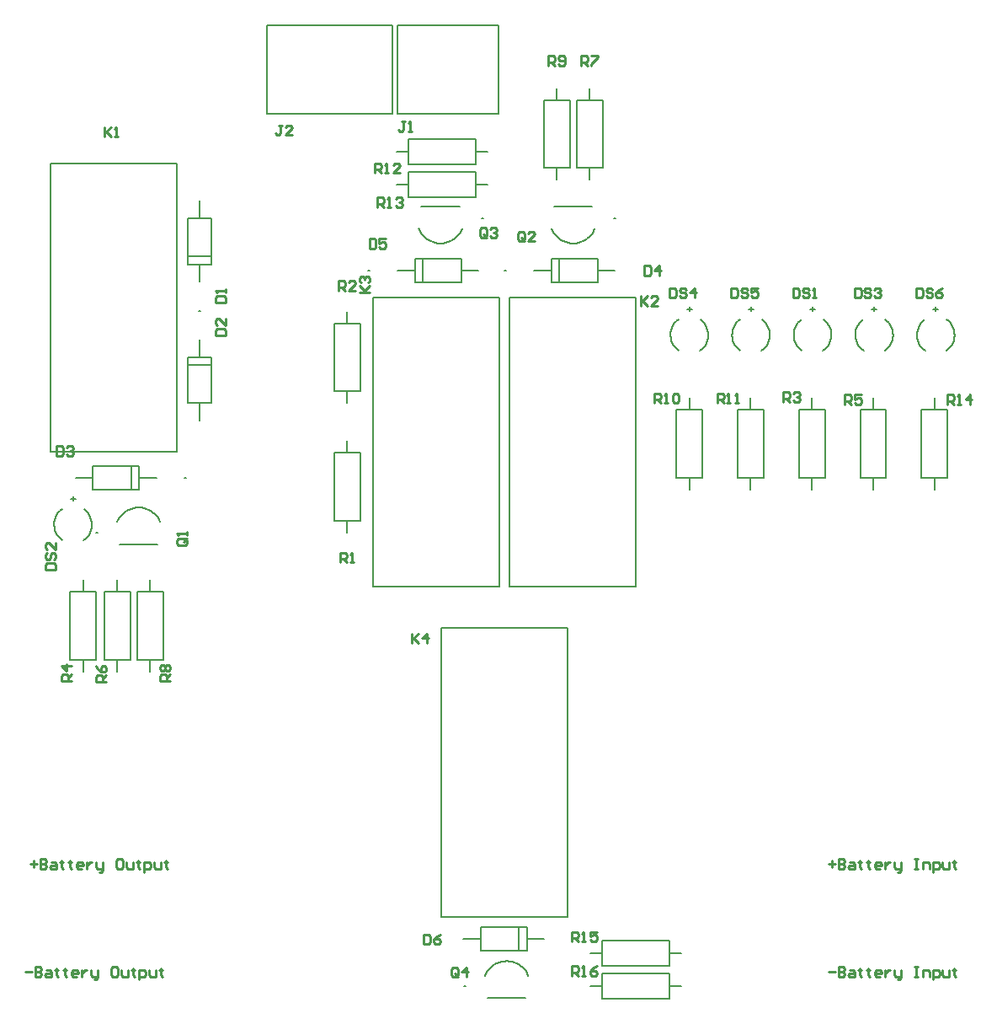
<source format=gto>
G04*
G04 #@! TF.GenerationSoftware,Altium Limited,Altium Designer,23.8.1 (32)*
G04*
G04 Layer_Color=65535*
%FSLAX25Y25*%
%MOIN*%
G70*
G04*
G04 #@! TF.SameCoordinates,D6E9CDF8-AAC3-469D-917B-50C59DE8B454*
G04*
G04*
G04 #@! TF.FilePolarity,Positive*
G04*
G01*
G75*
%ADD10C,0.00787*%
%ADD11C,0.00500*%
%ADD12C,0.00600*%
%ADD13C,0.01000*%
D10*
X243933Y442000D02*
X243146D01*
X243933D01*
X282016Y159000D02*
X281228D01*
X282016D01*
X324854Y177500D02*
X324067D01*
X324854D01*
X288929Y462579D02*
X288142D01*
X288929D01*
X341429D02*
X340642D01*
X341429D01*
X297933Y442000D02*
X297146D01*
X297933D01*
X176894Y426067D02*
X176106D01*
X176894D01*
Y426039D02*
X176106D01*
X176894D01*
X130656Y335280D02*
X131473Y335912D01*
X132196Y336651D01*
X132809Y337482D01*
X133303Y338389D01*
X133667Y339356D01*
X133894Y340364D01*
X133979Y341394D01*
X133923Y342425D01*
X133725Y343439D01*
X133389Y344416D01*
X132921Y345337D01*
X132331Y346185D01*
X131630Y346944D01*
X130831Y347599D01*
X122169D02*
X121370Y346944D01*
X120669Y346185D01*
X120079Y345337D01*
X119611Y344416D01*
X119275Y343439D01*
X119077Y342425D01*
X119020Y341394D01*
X119106Y340364D01*
X119333Y339356D01*
X119697Y338389D01*
X120191Y337482D01*
X120804Y336651D01*
X121527Y335912D01*
X122344Y335280D01*
X136358Y338421D02*
X135571D01*
X136358D01*
X423406Y410280D02*
X424223Y410912D01*
X424946Y411651D01*
X425559Y412482D01*
X426053Y413389D01*
X426417Y414356D01*
X426644Y415364D01*
X426730Y416394D01*
X426673Y417425D01*
X426475Y418439D01*
X426139Y419416D01*
X425671Y420337D01*
X425081Y421185D01*
X424380Y421944D01*
X423581Y422599D01*
X414919D02*
X414120Y421944D01*
X413419Y421185D01*
X412829Y420337D01*
X412361Y419416D01*
X412025Y418439D01*
X411827Y417425D01*
X411770Y416394D01*
X411856Y415364D01*
X412083Y414356D01*
X412447Y413389D01*
X412941Y412482D01*
X413554Y411651D01*
X414277Y410912D01*
X415094Y410280D01*
X447781D02*
X448598Y410912D01*
X449321Y411651D01*
X449934Y412482D01*
X450428Y413389D01*
X450792Y414356D01*
X451019Y415364D01*
X451105Y416394D01*
X451048Y417425D01*
X450850Y418439D01*
X450514Y419416D01*
X450046Y420337D01*
X449456Y421185D01*
X448755Y421944D01*
X447956Y422599D01*
X439294D02*
X438495Y421944D01*
X437794Y421185D01*
X437204Y420337D01*
X436736Y419416D01*
X436400Y418439D01*
X436202Y417425D01*
X436145Y416394D01*
X436231Y415364D01*
X436458Y414356D01*
X436822Y413389D01*
X437316Y412482D01*
X437929Y411651D01*
X438652Y410912D01*
X439469Y410280D01*
X171354Y360000D02*
X170567D01*
X171354D01*
X374656Y410280D02*
X375473Y410912D01*
X376196Y411651D01*
X376809Y412482D01*
X377303Y413389D01*
X377667Y414356D01*
X377894Y415364D01*
X377980Y416394D01*
X377923Y417425D01*
X377725Y418439D01*
X377389Y419416D01*
X376921Y420337D01*
X376331Y421185D01*
X375630Y421944D01*
X374831Y422599D01*
X366169D02*
X365370Y421944D01*
X364669Y421185D01*
X364079Y420337D01*
X363611Y419416D01*
X363275Y418439D01*
X363077Y417425D01*
X363020Y416394D01*
X363106Y415364D01*
X363333Y414356D01*
X363697Y413389D01*
X364191Y412482D01*
X364804Y411651D01*
X365527Y410912D01*
X366344Y410280D01*
X399031D02*
X399848Y410912D01*
X400571Y411651D01*
X401184Y412482D01*
X401678Y413389D01*
X402042Y414356D01*
X402269Y415364D01*
X402355Y416394D01*
X402298Y417425D01*
X402100Y418439D01*
X401764Y419416D01*
X401296Y420337D01*
X400706Y421185D01*
X400005Y421944D01*
X399206Y422599D01*
X390544D02*
X389745Y421944D01*
X389044Y421185D01*
X388454Y420337D01*
X387986Y419416D01*
X387650Y418439D01*
X387452Y417425D01*
X387395Y416394D01*
X387481Y415364D01*
X387708Y414356D01*
X388072Y413389D01*
X388566Y412482D01*
X389179Y411651D01*
X389902Y410912D01*
X390719Y410280D01*
X472156D02*
X472973Y410912D01*
X473696Y411651D01*
X474309Y412482D01*
X474803Y413389D01*
X475167Y414356D01*
X475394Y415364D01*
X475480Y416394D01*
X475423Y417425D01*
X475225Y418439D01*
X474889Y419416D01*
X474421Y420337D01*
X473831Y421185D01*
X473130Y421944D01*
X472331Y422599D01*
X463669D02*
X462870Y421944D01*
X462169Y421185D01*
X461579Y420337D01*
X461111Y419416D01*
X460775Y418439D01*
X460577Y417425D01*
X460520Y416394D01*
X460606Y415364D01*
X460833Y414356D01*
X461197Y413389D01*
X461691Y412482D01*
X462304Y411651D01*
X463027Y410912D01*
X463844Y410280D01*
X126500Y350831D02*
Y352799D01*
X125516Y351815D02*
X127484D01*
X419250Y425831D02*
Y427799D01*
X418266Y426815D02*
X420234D01*
X443625Y425831D02*
Y427799D01*
X442641Y426815D02*
X444609D01*
X370500Y425831D02*
Y427799D01*
X369516Y426815D02*
X371484D01*
X394875Y425831D02*
Y427799D01*
X393891Y426815D02*
X395859D01*
X468000Y425831D02*
Y427799D01*
X467016Y426815D02*
X468984D01*
D11*
X306736Y163076D02*
X306313Y163980D01*
X305795Y164832D01*
X305188Y165624D01*
X304499Y166347D01*
X303737Y166990D01*
X302910Y167548D01*
X302028Y168014D01*
X301100Y168382D01*
X300138Y168648D01*
X299154Y168808D01*
X298158Y168862D01*
X297161Y168808D01*
X296177Y168648D01*
X295215Y168382D01*
X294287Y168014D01*
X293405Y167548D01*
X292578Y166990D01*
X291815Y166347D01*
X291127Y165624D01*
X290520Y164832D01*
X290002Y163980D01*
X289579Y163076D01*
X263422Y458503D02*
X263845Y457599D01*
X264363Y456746D01*
X264969Y455954D01*
X265658Y455232D01*
X266420Y454588D01*
X267248Y454031D01*
X268130Y453565D01*
X269057Y453197D01*
X270019Y452931D01*
X271004Y452770D01*
X272000Y452716D01*
X272996Y452770D01*
X273981Y452931D01*
X274943Y453197D01*
X275870Y453565D01*
X276752Y454031D01*
X277580Y454588D01*
X278342Y455232D01*
X279030Y455954D01*
X279637Y456746D01*
X280155Y457599D01*
X280578Y458503D01*
X315922D02*
X316345Y457599D01*
X316863Y456746D01*
X317470Y455954D01*
X318158Y455232D01*
X318920Y454588D01*
X319747Y454031D01*
X320630Y453565D01*
X321557Y453197D01*
X322519Y452931D01*
X323504Y452770D01*
X324500Y452716D01*
X325496Y452770D01*
X326481Y452931D01*
X327443Y453197D01*
X328370Y453565D01*
X329253Y454031D01*
X330080Y454588D01*
X330842Y455232D01*
X331530Y455954D01*
X332137Y456746D01*
X332655Y457599D01*
X333078Y458503D01*
X161078Y342497D02*
X160655Y343401D01*
X160137Y344254D01*
X159530Y345046D01*
X158842Y345768D01*
X158080Y346412D01*
X157253Y346970D01*
X156370Y347435D01*
X155443Y347803D01*
X154481Y348069D01*
X153496Y348230D01*
X152500Y348284D01*
X151504Y348230D01*
X150519Y348069D01*
X149557Y347803D01*
X148630Y347435D01*
X147748Y346970D01*
X146920Y346412D01*
X146158Y345768D01*
X145469Y345046D01*
X144863Y344254D01*
X144345Y343401D01*
X143922Y342497D01*
X254996Y442000D02*
X261886D01*
X280114D02*
X287004D01*
X261886Y446675D02*
X280114D01*
Y442000D02*
Y446675D01*
Y437325D02*
Y442000D01*
X261886Y437325D02*
X280114D01*
X261886D02*
Y442000D01*
Y446675D01*
X265000Y437500D02*
Y446500D01*
X295236Y317000D02*
Y431154D01*
X245236Y317000D02*
X295236D01*
X245236D02*
Y431173D01*
X295236D01*
X467500Y386886D02*
X472618D01*
X462382D02*
X467500D01*
X462382Y360114D02*
Y386886D01*
Y360114D02*
X467500D01*
X472618D01*
Y386886D01*
X467500D02*
Y391532D01*
Y355469D02*
Y360114D01*
X362539Y166882D02*
Y172000D01*
Y177118D01*
X335768D02*
X362539D01*
X335768Y172000D02*
Y177118D01*
Y166882D02*
Y172000D01*
Y166882D02*
X362539D01*
Y172000D02*
X367185D01*
X331122D02*
X335768D01*
X362539Y153882D02*
Y159000D01*
Y164118D01*
X335768D02*
X362539D01*
X335768Y159000D02*
Y164118D01*
Y153882D02*
Y159000D01*
Y153882D02*
X362539D01*
Y159000D02*
X367185D01*
X331122D02*
X335768D01*
X290584Y154295D02*
X305730D01*
X290584D02*
X305730D01*
X306114Y177500D02*
X313004D01*
X280996D02*
X287886D01*
Y172825D02*
X306114D01*
X287886D02*
Y177500D01*
Y182175D01*
X306114D01*
Y177500D02*
Y182175D01*
Y172825D02*
Y177500D01*
X303000Y173000D02*
Y182000D01*
X272236Y186346D02*
Y300500D01*
X322236D01*
Y186327D02*
Y300500D01*
X272236Y186327D02*
X322236D01*
X259114Y489000D02*
Y494118D01*
Y483882D02*
Y489000D01*
Y483882D02*
X285886D01*
Y489000D01*
Y494118D01*
X259114D02*
X285886D01*
X254469Y489000D02*
X259114D01*
X285886D02*
X290532D01*
X259114Y476000D02*
Y481118D01*
Y470882D02*
Y476000D01*
Y470882D02*
X285886D01*
Y476000D01*
Y481118D01*
X259114D02*
X285886D01*
X254469Y476000D02*
X259114D01*
X285886D02*
X290532D01*
X264427Y467283D02*
X279573D01*
X264427D02*
X279573D01*
X370500Y386886D02*
X375618D01*
X365382D02*
X370500D01*
X365382Y360114D02*
Y386886D01*
Y360114D02*
X370500D01*
X375618D01*
Y386886D01*
X370500D02*
Y391532D01*
Y355469D02*
Y360114D01*
X394750Y386886D02*
X399868D01*
X389632D02*
X394750D01*
X389632Y360114D02*
Y386886D01*
Y360114D02*
X394750D01*
X399868D01*
Y386886D01*
X394750D02*
Y391532D01*
Y355469D02*
Y360114D01*
X419000Y386886D02*
X424118D01*
X413882D02*
X419000D01*
X413882Y360114D02*
Y386886D01*
Y360114D02*
X419000D01*
X424118D01*
Y386886D01*
X419000D02*
Y391532D01*
Y355469D02*
Y360114D01*
X443250Y386886D02*
X448368D01*
X438132D02*
X443250D01*
X438132Y360114D02*
Y386886D01*
Y360114D02*
X443250D01*
X448368D01*
Y386886D01*
X443250D02*
Y391532D01*
Y355469D02*
Y360114D01*
X325882Y482614D02*
X331000D01*
X336118D01*
Y509386D01*
X331000D02*
X336118D01*
X325882D02*
X331000D01*
X325882Y482614D02*
Y509386D01*
X331000Y477969D02*
Y482614D01*
Y509386D02*
Y514032D01*
X312882Y482614D02*
X318000D01*
X323118D01*
Y509386D01*
X318000D02*
X323118D01*
X312882D02*
X318000D01*
X312882Y482614D02*
Y509386D01*
X318000Y477969D02*
Y482614D01*
Y509386D02*
Y514032D01*
X229882Y394268D02*
X235000D01*
X240118D01*
Y421039D01*
X235000D02*
X240118D01*
X229882D02*
X235000D01*
X229882Y394268D02*
Y421039D01*
X235000Y389622D02*
Y394268D01*
Y421039D02*
Y425685D01*
X229882Y343114D02*
X235000D01*
X240118D01*
Y369886D01*
X235000D02*
X240118D01*
X229882D02*
X235000D01*
X229882Y343114D02*
Y369886D01*
X235000Y338469D02*
Y343114D01*
Y369886D02*
Y374532D01*
X316927Y467283D02*
X332073D01*
X316927D02*
X332073D01*
X308996Y442000D02*
X315886D01*
X334114D02*
X341004D01*
X315886Y446675D02*
X334114D01*
Y442000D02*
Y446675D01*
Y437325D02*
Y442000D01*
X315886Y437325D02*
X334114D01*
X315886D02*
Y442000D01*
Y446675D01*
X319000Y437500D02*
Y446500D01*
X349236Y317000D02*
Y431154D01*
X299236Y317000D02*
X349236D01*
X299236D02*
Y431173D01*
X349236D01*
X125382Y288114D02*
X130500D01*
X135618D01*
Y314886D01*
X130500D02*
X135618D01*
X125382D02*
X130500D01*
X125382Y288114D02*
Y314886D01*
X130500Y283469D02*
Y288114D01*
Y314886D02*
Y319532D01*
X176500Y407720D02*
Y414610D01*
Y382602D02*
Y389492D01*
X181175D02*
Y407720D01*
X176500Y389492D02*
X181175D01*
X171825D02*
X176500D01*
X171825D02*
Y407720D01*
X176500D01*
X181175D01*
X172000Y404606D02*
X181000D01*
X176500Y437496D02*
Y444386D01*
Y462614D02*
Y469504D01*
X171825Y444386D02*
Y462614D01*
X176500D01*
X181175D01*
Y444386D02*
Y462614D01*
X176500Y444386D02*
X181175D01*
X171825D02*
X176500D01*
X172000Y447500D02*
X181000D01*
X144927Y333717D02*
X160073D01*
X144927D02*
X160073D01*
X144000Y314886D02*
X149118D01*
X138882D02*
X144000D01*
X138882Y288114D02*
Y314886D01*
Y288114D02*
X144000D01*
X149118D01*
Y314886D01*
X144000D02*
Y319532D01*
Y283469D02*
Y288114D01*
X157000Y314886D02*
X162118D01*
X151882D02*
X157000D01*
X151882Y288114D02*
Y314886D01*
Y288114D02*
X157000D01*
X162118D01*
Y314886D01*
X157000D02*
Y319532D01*
Y283469D02*
Y288114D01*
X117764Y370189D02*
Y484343D01*
X167764D01*
Y370169D02*
Y484343D01*
X117764Y370169D02*
X167764D01*
X152614Y360000D02*
X159504D01*
X127496D02*
X134386D01*
Y355325D02*
X152614D01*
X134386D02*
Y360000D01*
Y364675D01*
X152614D01*
Y360000D02*
Y364675D01*
Y355325D02*
Y360000D01*
X149500Y355500D02*
Y364500D01*
D12*
X294816Y503902D02*
Y538949D01*
X254870Y503902D02*
Y538949D01*
Y503902D02*
X294815D01*
X254870Y538949D02*
X294815D01*
X253039Y503902D02*
Y538949D01*
X203343Y503902D02*
X253039D01*
X203343Y538949D02*
X253039D01*
X203343Y503902D02*
Y538949D01*
D13*
X425500Y164780D02*
X428124D01*
X429436Y166748D02*
Y162812D01*
X431404D01*
X432060Y163468D01*
Y164124D01*
X431404Y164780D01*
X429436D01*
X431404D01*
X432060Y165436D01*
Y166092D01*
X431404Y166748D01*
X429436D01*
X434027Y165436D02*
X435339D01*
X435995Y164780D01*
Y162812D01*
X434027D01*
X433371Y163468D01*
X434027Y164124D01*
X435995D01*
X437963Y166092D02*
Y165436D01*
X437307D01*
X438619D01*
X437963D01*
Y163468D01*
X438619Y162812D01*
X441243Y166092D02*
Y165436D01*
X440587D01*
X441899D01*
X441243D01*
Y163468D01*
X441899Y162812D01*
X445835D02*
X444523D01*
X443867Y163468D01*
Y164780D01*
X444523Y165436D01*
X445835D01*
X446491Y164780D01*
Y164124D01*
X443867D01*
X447802Y165436D02*
Y162812D01*
Y164124D01*
X448458Y164780D01*
X449114Y165436D01*
X449770D01*
X451738D02*
Y163468D01*
X452394Y162812D01*
X454362D01*
Y162156D01*
X453706Y161500D01*
X453050D01*
X454362Y162812D02*
Y165436D01*
X459610Y166748D02*
X460922D01*
X460266D01*
Y162812D01*
X459610D01*
X460922D01*
X462889D02*
Y165436D01*
X464857D01*
X465513Y164780D01*
Y162812D01*
X466825Y161500D02*
Y165436D01*
X468793D01*
X469449Y164780D01*
Y163468D01*
X468793Y162812D01*
X466825D01*
X470761Y165436D02*
Y163468D01*
X471417Y162812D01*
X473385D01*
Y165436D01*
X475353Y166092D02*
Y165436D01*
X474697D01*
X476009D01*
X475353D01*
Y163468D01*
X476009Y162812D01*
X107500Y164780D02*
X110124D01*
X111436Y166748D02*
Y162812D01*
X113404D01*
X114060Y163468D01*
Y164124D01*
X113404Y164780D01*
X111436D01*
X113404D01*
X114060Y165436D01*
Y166092D01*
X113404Y166748D01*
X111436D01*
X116027Y165436D02*
X117339D01*
X117995Y164780D01*
Y162812D01*
X116027D01*
X115372Y163468D01*
X116027Y164124D01*
X117995D01*
X119963Y166092D02*
Y165436D01*
X119307D01*
X120619D01*
X119963D01*
Y163468D01*
X120619Y162812D01*
X123243Y166092D02*
Y165436D01*
X122587D01*
X123899D01*
X123243D01*
Y163468D01*
X123899Y162812D01*
X127835D02*
X126523D01*
X125867Y163468D01*
Y164780D01*
X126523Y165436D01*
X127835D01*
X128491Y164780D01*
Y164124D01*
X125867D01*
X129803Y165436D02*
Y162812D01*
Y164124D01*
X130458Y164780D01*
X131114Y165436D01*
X131770D01*
X133738D02*
Y163468D01*
X134394Y162812D01*
X136362D01*
Y162156D01*
X135706Y161500D01*
X135050D01*
X136362Y162812D02*
Y165436D01*
X143578Y166748D02*
X142266D01*
X141610Y166092D01*
Y163468D01*
X142266Y162812D01*
X143578D01*
X144234Y163468D01*
Y166092D01*
X143578Y166748D01*
X145545Y165436D02*
Y163468D01*
X146201Y162812D01*
X148169D01*
Y165436D01*
X150137Y166092D02*
Y165436D01*
X149481D01*
X150793D01*
X150137D01*
Y163468D01*
X150793Y162812D01*
X152761Y161500D02*
Y165436D01*
X154729D01*
X155385Y164780D01*
Y163468D01*
X154729Y162812D01*
X152761D01*
X156697Y165436D02*
Y163468D01*
X157353Y162812D01*
X159321D01*
Y165436D01*
X161288Y166092D02*
Y165436D01*
X160633D01*
X161944D01*
X161288D01*
Y163468D01*
X161944Y162812D01*
X425500Y207280D02*
X428124D01*
X426812Y208592D02*
Y205968D01*
X429436Y209248D02*
Y205312D01*
X431404D01*
X432060Y205968D01*
Y206624D01*
X431404Y207280D01*
X429436D01*
X431404D01*
X432060Y207936D01*
Y208592D01*
X431404Y209248D01*
X429436D01*
X434027Y207936D02*
X435339D01*
X435995Y207280D01*
Y205312D01*
X434027D01*
X433371Y205968D01*
X434027Y206624D01*
X435995D01*
X437963Y208592D02*
Y207936D01*
X437307D01*
X438619D01*
X437963D01*
Y205968D01*
X438619Y205312D01*
X441243Y208592D02*
Y207936D01*
X440587D01*
X441899D01*
X441243D01*
Y205968D01*
X441899Y205312D01*
X445835D02*
X444523D01*
X443867Y205968D01*
Y207280D01*
X444523Y207936D01*
X445835D01*
X446491Y207280D01*
Y206624D01*
X443867D01*
X447802Y207936D02*
Y205312D01*
Y206624D01*
X448458Y207280D01*
X449114Y207936D01*
X449770D01*
X451738D02*
Y205968D01*
X452394Y205312D01*
X454362D01*
Y204656D01*
X453706Y204000D01*
X453050D01*
X454362Y205312D02*
Y207936D01*
X459610Y209248D02*
X460922D01*
X460266D01*
Y205312D01*
X459610D01*
X460922D01*
X462889D02*
Y207936D01*
X464857D01*
X465513Y207280D01*
Y205312D01*
X466825Y204000D02*
Y207936D01*
X468793D01*
X469449Y207280D01*
Y205968D01*
X468793Y205312D01*
X466825D01*
X470761Y207936D02*
Y205968D01*
X471417Y205312D01*
X473385D01*
Y207936D01*
X475353Y208592D02*
Y207936D01*
X474697D01*
X476009D01*
X475353D01*
Y205968D01*
X476009Y205312D01*
X109500Y207280D02*
X112124D01*
X110812Y208592D02*
Y205968D01*
X113436Y209248D02*
Y205312D01*
X115404D01*
X116060Y205968D01*
Y206624D01*
X115404Y207280D01*
X113436D01*
X115404D01*
X116060Y207936D01*
Y208592D01*
X115404Y209248D01*
X113436D01*
X118027Y207936D02*
X119339D01*
X119995Y207280D01*
Y205312D01*
X118027D01*
X117371Y205968D01*
X118027Y206624D01*
X119995D01*
X121963Y208592D02*
Y207936D01*
X121307D01*
X122619D01*
X121963D01*
Y205968D01*
X122619Y205312D01*
X125243Y208592D02*
Y207936D01*
X124587D01*
X125899D01*
X125243D01*
Y205968D01*
X125899Y205312D01*
X129835D02*
X128523D01*
X127867Y205968D01*
Y207280D01*
X128523Y207936D01*
X129835D01*
X130491Y207280D01*
Y206624D01*
X127867D01*
X131802Y207936D02*
Y205312D01*
Y206624D01*
X132458Y207280D01*
X133114Y207936D01*
X133770D01*
X135738D02*
Y205968D01*
X136394Y205312D01*
X138362D01*
Y204656D01*
X137706Y204000D01*
X137050D01*
X138362Y205312D02*
Y207936D01*
X145578Y209248D02*
X144266D01*
X143610Y208592D01*
Y205968D01*
X144266Y205312D01*
X145578D01*
X146234Y205968D01*
Y208592D01*
X145578Y209248D01*
X147546Y207936D02*
Y205968D01*
X148201Y205312D01*
X150169D01*
Y207936D01*
X152137Y208592D02*
Y207936D01*
X151481D01*
X152793D01*
X152137D01*
Y205968D01*
X152793Y205312D01*
X154761Y204000D02*
Y207936D01*
X156729D01*
X157385Y207280D01*
Y205968D01*
X156729Y205312D01*
X154761D01*
X158697Y207936D02*
Y205968D01*
X159353Y205312D01*
X161321D01*
Y207936D01*
X163288Y208592D02*
Y207936D01*
X162633D01*
X163944D01*
X163288D01*
Y205968D01*
X163944Y205312D01*
X324080Y163032D02*
Y166968D01*
X326048D01*
X326704Y166312D01*
Y165000D01*
X326048Y164344D01*
X324080D01*
X325392D02*
X326704Y163032D01*
X328016D02*
X329328D01*
X328672D01*
Y166968D01*
X328016Y166312D01*
X333920Y166968D02*
X332608Y166312D01*
X331296Y165000D01*
Y163688D01*
X331952Y163032D01*
X333264D01*
X333920Y163688D01*
Y164344D01*
X333264Y165000D01*
X331296D01*
X324080Y176532D02*
Y180468D01*
X326048D01*
X326704Y179812D01*
Y178500D01*
X326048Y177844D01*
X324080D01*
X325392D02*
X326704Y176532D01*
X328016D02*
X329328D01*
X328672D01*
Y180468D01*
X328016Y179812D01*
X333920Y180468D02*
X331296D01*
Y178500D01*
X332608Y179156D01*
X333264D01*
X333920Y178500D01*
Y177188D01*
X333264Y176532D01*
X331952D01*
X331296Y177188D01*
X472580Y389032D02*
Y392968D01*
X474548D01*
X475204Y392312D01*
Y391000D01*
X474548Y390344D01*
X472580D01*
X473892D02*
X475204Y389032D01*
X476516D02*
X477828D01*
X477172D01*
Y392968D01*
X476516Y392312D01*
X481764Y389032D02*
Y392968D01*
X479796Y391000D01*
X482420D01*
X247080Y467032D02*
Y470968D01*
X249048D01*
X249704Y470312D01*
Y469000D01*
X249048Y468344D01*
X247080D01*
X248392D02*
X249704Y467032D01*
X251016D02*
X252328D01*
X251672D01*
Y470968D01*
X251016Y470312D01*
X254296D02*
X254952Y470968D01*
X256264D01*
X256920Y470312D01*
Y469656D01*
X256264Y469000D01*
X255608D01*
X256264D01*
X256920Y468344D01*
Y467688D01*
X256264Y467032D01*
X254952D01*
X254296Y467688D01*
X246080Y480532D02*
Y484468D01*
X248048D01*
X248704Y483812D01*
Y482500D01*
X248048Y481844D01*
X246080D01*
X247392D02*
X248704Y480532D01*
X250016D02*
X251328D01*
X250672D01*
Y484468D01*
X250016Y483812D01*
X255920Y480532D02*
X253296D01*
X255920Y483156D01*
Y483812D01*
X255264Y484468D01*
X253952D01*
X253296Y483812D01*
X381486Y389532D02*
Y393468D01*
X383454D01*
X384110Y392812D01*
Y391500D01*
X383454Y390844D01*
X381486D01*
X382798D02*
X384110Y389532D01*
X385422D02*
X386734D01*
X386078D01*
Y393468D01*
X385422Y392812D01*
X388702Y389532D02*
X390014D01*
X389358D01*
Y393468D01*
X388702Y392812D01*
X356580Y389532D02*
Y393468D01*
X358548D01*
X359204Y392812D01*
Y391500D01*
X358548Y390844D01*
X356580D01*
X357892D02*
X359204Y389532D01*
X360516D02*
X361828D01*
X361172D01*
Y393468D01*
X360516Y392812D01*
X363796D02*
X364452Y393468D01*
X365764D01*
X366420Y392812D01*
Y390188D01*
X365764Y389532D01*
X364452D01*
X363796Y390188D01*
Y392812D01*
X314720Y523032D02*
Y526968D01*
X316688D01*
X317344Y526312D01*
Y525000D01*
X316688Y524344D01*
X314720D01*
X316032D02*
X317344Y523032D01*
X318656Y523688D02*
X319312Y523032D01*
X320624D01*
X321280Y523688D01*
Y526312D01*
X320624Y526968D01*
X319312D01*
X318656Y526312D01*
Y525656D01*
X319312Y525000D01*
X321280D01*
X164968Y279567D02*
X161032D01*
Y281535D01*
X161688Y282190D01*
X163000D01*
X163656Y281535D01*
Y279567D01*
Y280879D02*
X164968Y282190D01*
X161688Y283502D02*
X161032Y284158D01*
Y285470D01*
X161688Y286126D01*
X162344D01*
X163000Y285470D01*
X163656Y286126D01*
X164312D01*
X164968Y285470D01*
Y284158D01*
X164312Y283502D01*
X163656D01*
X163000Y284158D01*
X162344Y283502D01*
X161688D01*
X163000Y284158D02*
Y285470D01*
X327720Y523032D02*
Y526968D01*
X329688D01*
X330344Y526312D01*
Y525000D01*
X329688Y524344D01*
X327720D01*
X329032D02*
X330344Y523032D01*
X331656Y526968D02*
X334280D01*
Y526312D01*
X331656Y523688D01*
Y523032D01*
X139468Y279220D02*
X135532D01*
Y281188D01*
X136188Y281844D01*
X137500D01*
X138156Y281188D01*
Y279220D01*
Y280532D02*
X139468Y281844D01*
X135532Y285780D02*
X136188Y284468D01*
X137500Y283156D01*
X138812D01*
X139468Y283812D01*
Y285124D01*
X138812Y285780D01*
X138156D01*
X137500Y285124D01*
Y283156D01*
X431970Y389032D02*
Y392968D01*
X433938D01*
X434594Y392312D01*
Y391000D01*
X433938Y390344D01*
X431970D01*
X433282D02*
X434594Y389032D01*
X438530Y392968D02*
X435906D01*
Y391000D01*
X437218Y391656D01*
X437874D01*
X438530Y391000D01*
Y389688D01*
X437874Y389032D01*
X436562D01*
X435906Y389688D01*
X125968Y279720D02*
X122032D01*
Y281688D01*
X122688Y282344D01*
X124000D01*
X124656Y281688D01*
Y279720D01*
Y281032D02*
X125968Y282344D01*
Y285624D02*
X122032D01*
X124000Y283656D01*
Y286280D01*
X407720Y390032D02*
Y393968D01*
X409688D01*
X410344Y393312D01*
Y392000D01*
X409688Y391344D01*
X407720D01*
X409032D02*
X410344Y390032D01*
X411656Y393312D02*
X412312Y393968D01*
X413624D01*
X414280Y393312D01*
Y392656D01*
X413624Y392000D01*
X412968D01*
X413624D01*
X414280Y391344D01*
Y390688D01*
X413624Y390032D01*
X412312D01*
X411656Y390688D01*
X231720Y434032D02*
Y437968D01*
X233688D01*
X234344Y437312D01*
Y436000D01*
X233688Y435344D01*
X231720D01*
X233032D02*
X234344Y434032D01*
X238280D02*
X235656D01*
X238280Y436656D01*
Y437312D01*
X237624Y437968D01*
X236312D01*
X235656Y437312D01*
X232376Y326532D02*
Y330468D01*
X234344D01*
X235000Y329812D01*
Y328500D01*
X234344Y327844D01*
X232376D01*
X233688D02*
X235000Y326532D01*
X236312D02*
X237624D01*
X236968D01*
Y330468D01*
X236312Y329812D01*
X278844Y163188D02*
Y165812D01*
X278188Y166468D01*
X276876D01*
X276220Y165812D01*
Y163188D01*
X276876Y162532D01*
X278188D01*
X277532Y163844D02*
X278844Y162532D01*
X278188D02*
X278844Y163188D01*
X282124Y162532D02*
Y166468D01*
X280156Y164500D01*
X282780D01*
X290344Y455688D02*
Y458312D01*
X289688Y458968D01*
X288376D01*
X287720Y458312D01*
Y455688D01*
X288376Y455032D01*
X289688D01*
X289032Y456344D02*
X290344Y455032D01*
X289688D02*
X290344Y455688D01*
X291656Y458312D02*
X292312Y458968D01*
X293624D01*
X294280Y458312D01*
Y457656D01*
X293624Y457000D01*
X292968D01*
X293624D01*
X294280Y456344D01*
Y455688D01*
X293624Y455032D01*
X292312D01*
X291656Y455688D01*
X305344Y454188D02*
Y456812D01*
X304688Y457468D01*
X303376D01*
X302720Y456812D01*
Y454188D01*
X303376Y453532D01*
X304688D01*
X304032Y454844D02*
X305344Y453532D01*
X304688D02*
X305344Y454188D01*
X309280Y453532D02*
X306656D01*
X309280Y456156D01*
Y456812D01*
X308624Y457468D01*
X307312D01*
X306656Y456812D01*
X170812Y336000D02*
X168188D01*
X167532Y335344D01*
Y334032D01*
X168188Y333376D01*
X170812D01*
X171468Y334032D01*
Y335344D01*
X170156Y334688D02*
X171468Y336000D01*
Y335344D02*
X170812Y336000D01*
X171468Y337312D02*
Y338624D01*
Y337968D01*
X167532D01*
X168188Y337312D01*
X260720Y298468D02*
Y294532D01*
Y295844D01*
X263344Y298468D01*
X261376Y296500D01*
X263344Y294532D01*
X266624D02*
Y298468D01*
X264656Y296500D01*
X267280D01*
X240032Y433220D02*
X243968D01*
X242656D01*
X240032Y435844D01*
X242000Y433876D01*
X243968Y435844D01*
X240688Y437156D02*
X240032Y437812D01*
Y439124D01*
X240688Y439780D01*
X241344D01*
X242000Y439124D01*
Y438468D01*
Y439124D01*
X242656Y439780D01*
X243312D01*
X243968Y439124D01*
Y437812D01*
X243312Y437156D01*
X351220Y431968D02*
Y428032D01*
Y429344D01*
X353844Y431968D01*
X351876Y430000D01*
X353844Y428032D01*
X357780D02*
X355156D01*
X357780Y430656D01*
Y431312D01*
X357124Y431968D01*
X355812D01*
X355156Y431312D01*
X138904Y498810D02*
Y494875D01*
Y496187D01*
X141528Y498810D01*
X139560Y496842D01*
X141528Y494875D01*
X142840D02*
X144151D01*
X143495D01*
Y498810D01*
X142840Y498154D01*
X209316Y499468D02*
X208005D01*
X208661D01*
Y496188D01*
X208005Y495532D01*
X207349D01*
X206693Y496188D01*
X213252Y495532D02*
X210628D01*
X213252Y498156D01*
Y498812D01*
X212596Y499468D01*
X211284D01*
X210628Y498812D01*
X258000Y500968D02*
X256688D01*
X257344D01*
Y497688D01*
X256688Y497032D01*
X256032D01*
X255376Y497688D01*
X259312Y497032D02*
X260624D01*
X259968D01*
Y500968D01*
X259312Y500312D01*
X460200Y435136D02*
Y431200D01*
X462168D01*
X462824Y431856D01*
Y434480D01*
X462168Y435136D01*
X460200D01*
X466760Y434480D02*
X466104Y435136D01*
X464792D01*
X464136Y434480D01*
Y433824D01*
X464792Y433168D01*
X466104D01*
X466760Y432512D01*
Y431856D01*
X466104Y431200D01*
X464792D01*
X464136Y431856D01*
X470695Y435136D02*
X469383Y434480D01*
X468072Y433168D01*
Y431856D01*
X468727Y431200D01*
X470039D01*
X470695Y431856D01*
Y432512D01*
X470039Y433168D01*
X468072D01*
X387075Y435136D02*
Y431200D01*
X389043D01*
X389699Y431856D01*
Y434480D01*
X389043Y435136D01*
X387075D01*
X393635Y434480D02*
X392979Y435136D01*
X391667D01*
X391011Y434480D01*
Y433824D01*
X391667Y433168D01*
X392979D01*
X393635Y432512D01*
Y431856D01*
X392979Y431200D01*
X391667D01*
X391011Y431856D01*
X397570Y435136D02*
X394947D01*
Y433168D01*
X396258Y433824D01*
X396914D01*
X397570Y433168D01*
Y431856D01*
X396914Y431200D01*
X395602D01*
X394947Y431856D01*
X362700Y435136D02*
Y431200D01*
X364668D01*
X365324Y431856D01*
Y434480D01*
X364668Y435136D01*
X362700D01*
X369260Y434480D02*
X368604Y435136D01*
X367292D01*
X366636Y434480D01*
Y433824D01*
X367292Y433168D01*
X368604D01*
X369260Y432512D01*
Y431856D01*
X368604Y431200D01*
X367292D01*
X366636Y431856D01*
X372539Y431200D02*
Y435136D01*
X370571Y433168D01*
X373195D01*
X435825Y435136D02*
Y431200D01*
X437793D01*
X438449Y431856D01*
Y434480D01*
X437793Y435136D01*
X435825D01*
X442385Y434480D02*
X441729Y435136D01*
X440417D01*
X439761Y434480D01*
Y433824D01*
X440417Y433168D01*
X441729D01*
X442385Y432512D01*
Y431856D01*
X441729Y431200D01*
X440417D01*
X439761Y431856D01*
X443696Y434480D02*
X444352Y435136D01*
X445664D01*
X446320Y434480D01*
Y433824D01*
X445664Y433168D01*
X445008D01*
X445664D01*
X446320Y432512D01*
Y431856D01*
X445664Y431200D01*
X444352D01*
X443696Y431856D01*
X115532Y323752D02*
X119468D01*
Y325720D01*
X118812Y326376D01*
X116188D01*
X115532Y325720D01*
Y323752D01*
X116188Y330312D02*
X115532Y329656D01*
Y328344D01*
X116188Y327688D01*
X116844D01*
X117500Y328344D01*
Y329656D01*
X118156Y330312D01*
X118812D01*
X119468Y329656D01*
Y328344D01*
X118812Y327688D01*
X119468Y334248D02*
Y331624D01*
X116844Y334248D01*
X116188D01*
X115532Y333592D01*
Y332280D01*
X116188Y331624D01*
X411450Y435136D02*
Y431200D01*
X413418D01*
X414074Y431856D01*
Y434480D01*
X413418Y435136D01*
X411450D01*
X418010Y434480D02*
X417354Y435136D01*
X416042D01*
X415386Y434480D01*
Y433824D01*
X416042Y433168D01*
X417354D01*
X418010Y432512D01*
Y431856D01*
X417354Y431200D01*
X416042D01*
X415386Y431856D01*
X419321Y431200D02*
X420633D01*
X419977D01*
Y435136D01*
X419321Y434480D01*
X265220Y179468D02*
Y175532D01*
X267188D01*
X267844Y176188D01*
Y178812D01*
X267188Y179468D01*
X265220D01*
X271780D02*
X270468Y178812D01*
X269156Y177500D01*
Y176188D01*
X269812Y175532D01*
X271124D01*
X271780Y176188D01*
Y176844D01*
X271124Y177500D01*
X269156D01*
X243800Y454736D02*
Y450800D01*
X245768D01*
X246424Y451456D01*
Y454080D01*
X245768Y454736D01*
X243800D01*
X250360D02*
X247736D01*
Y452768D01*
X249048Y453424D01*
X249704D01*
X250360Y452768D01*
Y451456D01*
X249704Y450800D01*
X248392D01*
X247736Y451456D01*
X352720Y443968D02*
Y440032D01*
X354688D01*
X355344Y440688D01*
Y443312D01*
X354688Y443968D01*
X352720D01*
X358624Y440032D02*
Y443968D01*
X356656Y442000D01*
X359280D01*
X119900Y372736D02*
Y368800D01*
X121868D01*
X122524Y369456D01*
Y372080D01*
X121868Y372736D01*
X119900D01*
X123836Y372080D02*
X124492Y372736D01*
X125804D01*
X126460Y372080D01*
Y371424D01*
X125804Y370768D01*
X125148D01*
X125804D01*
X126460Y370112D01*
Y369456D01*
X125804Y368800D01*
X124492D01*
X123836Y369456D01*
X183032Y416327D02*
X186968D01*
Y418294D01*
X186312Y418950D01*
X183688D01*
X183032Y418294D01*
Y416327D01*
X186968Y422886D02*
Y420262D01*
X184344Y422886D01*
X183688D01*
X183032Y422230D01*
Y420918D01*
X183688Y420262D01*
X183032Y429376D02*
X186968D01*
Y431344D01*
X186312Y432000D01*
X183688D01*
X183032Y431344D01*
Y429376D01*
X186968Y433312D02*
Y434624D01*
Y433968D01*
X183032D01*
X183688Y433312D01*
M02*

</source>
